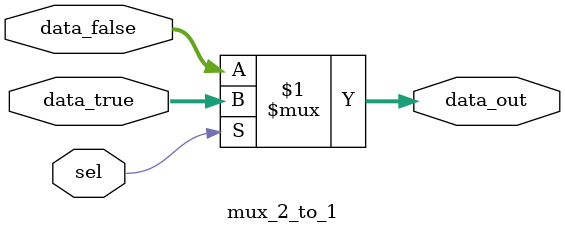
<source format=v>
module mux_2_to_1
#(
    parameter N = 32
)
(
    input wire [N-1: 0]  data_true,
    input wire [N-1: 0]  data_false,
    input wire           sel,
    output wire [N-1: 0] data_out
);

    assign data_out = (sel) ? data_true : data_false;

endmodule

</source>
